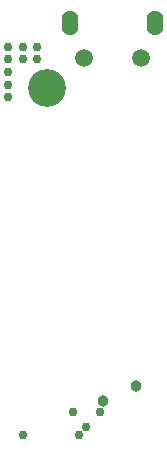
<source format=gbs>
%FSLAX25Y25*%
%MOIN*%
G70*
G01*
G75*
G04 Layer_Color=16711935*
%ADD10R,0.01575X0.05315*%
%ADD11R,0.09843X0.01378*%
%ADD12R,0.02362X0.01969*%
%ADD13R,0.06693X0.06299*%
%ADD14C,0.04000*%
%ADD15C,0.01000*%
%ADD16C,0.02000*%
%ADD17C,0.01400*%
%ADD18C,0.05118*%
%ADD19O,0.04724X0.07480*%
%ADD20C,0.11811*%
%ADD21C,0.02200*%
%ADD22C,0.03000*%
%ADD23C,0.00500*%
%ADD24C,0.00394*%
%ADD25C,0.00600*%
%ADD26R,0.02375X0.06115*%
%ADD27R,0.10642X0.02178*%
%ADD28R,0.03162X0.02769*%
%ADD29R,0.07493X0.07099*%
%ADD30C,0.05918*%
%ADD31O,0.05524X0.08280*%
%ADD32C,0.12611*%
%ADD33C,0.03800*%
D22*
X24681Y130921D02*
D03*
Y126700D02*
D03*
X19931Y130921D02*
D03*
Y126700D02*
D03*
X15181Y114035D02*
D03*
Y118257D02*
D03*
Y122478D02*
D03*
Y126700D02*
D03*
Y130921D02*
D03*
X20181Y1535D02*
D03*
X45681Y9035D02*
D03*
X36681D02*
D03*
X38681Y1535D02*
D03*
X41181Y4035D02*
D03*
D30*
X40256Y127295D02*
D03*
X59350D02*
D03*
D31*
X35630Y138713D02*
D03*
X63976D02*
D03*
D32*
X28150Y117256D02*
D03*
D33*
X57752Y17661D02*
D03*
X46722Y12961D02*
D03*
M02*

</source>
